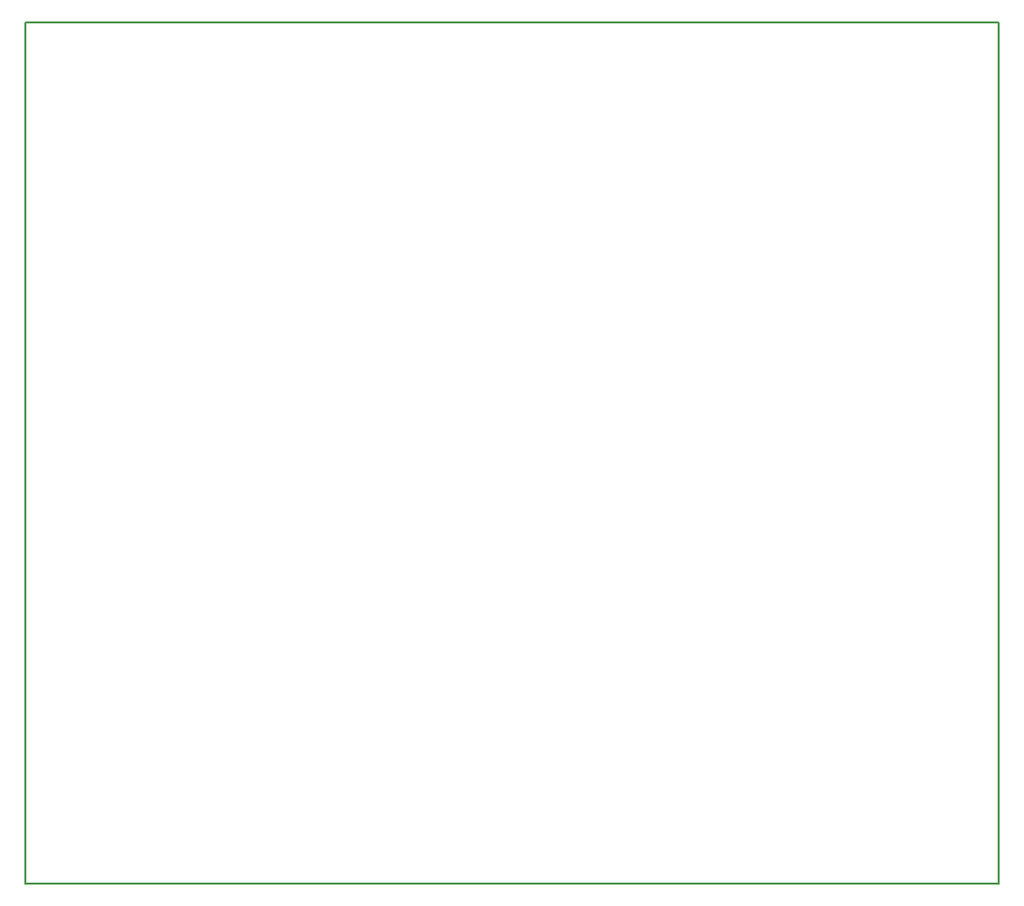
<source format=gbo>
G04 MADE WITH FRITZING*
G04 WWW.FRITZING.ORG*
G04 DOUBLE SIDED*
G04 HOLES PLATED*
G04 CONTOUR ON CENTER OF CONTOUR VECTOR*
%ASAXBY*%
%FSLAX23Y23*%
%MOIN*%
%OFA0B0*%
%SFA1.0B1.0*%
%ADD10R,3.333330X2.952760X3.317330X2.936760*%
%ADD11C,0.008000*%
%LNSILK0*%
G90*
G70*
G54D11*
X4Y2949D02*
X3329Y2949D01*
X3329Y4D01*
X4Y4D01*
X4Y2949D01*
D02*
G04 End of Silk0*
M02*
</source>
